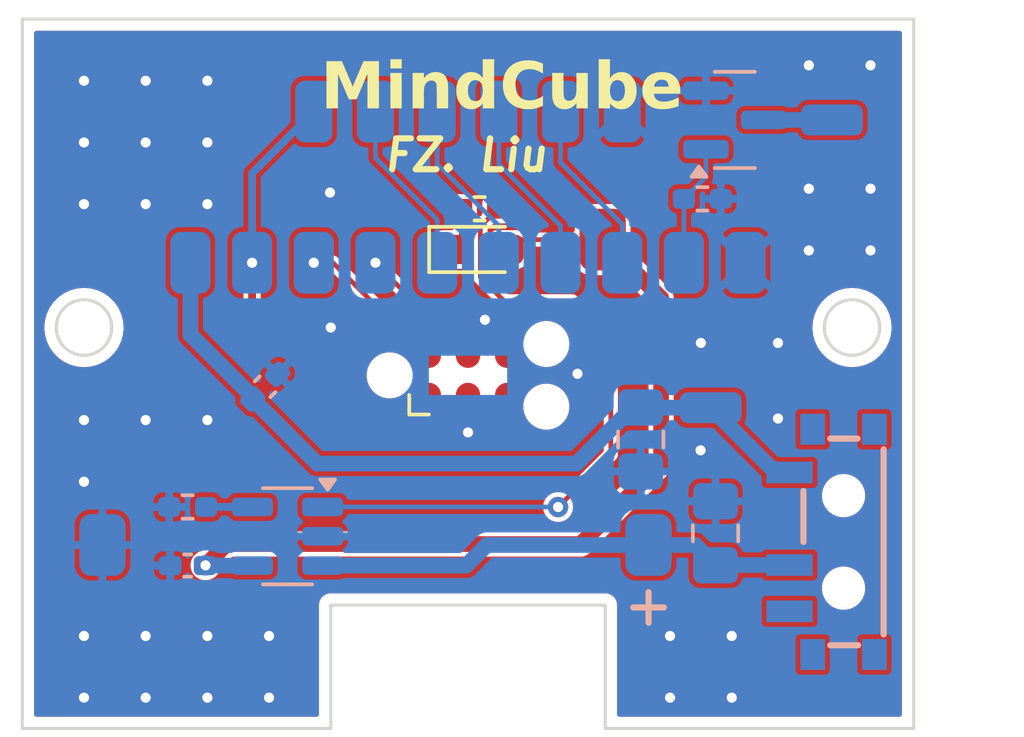
<source format=kicad_pcb>
(kicad_pcb (version 20240108) (generator "pcbnew") (generator_version "8.0")
  (layers (0 "F.Cu" signal) (31 "B.Cu" signal) (34 "B.Paste" user) (35 "F.Paste" user) (36 "B.SilkS" user "B.Silkscreen") (37 "F.SilkS" user "F.Silkscreen") (38 "B.Mask" user) (39 "F.Mask" user) (44 "Edge.Cuts" user))
  (net 0 "")
  (net 2 "/SWDIO")
  (net 4 "Net-(U1-STAT)")
  (net 5 "Net-(U1-PROG)")
  (net 6 "VBUS")
  (net 7 "GND")
  (net 8 "VCC")
  (net 9 "/BTN_1")
  (net 10 "/BTN_2")
  (net 11 "/BTN_3")
  (net 12 "/BTN_4")
  (net 13 "Net-(D1-K)")
  (net 14 "/VIB_CTRL")
  (net 15 "/VBAT")
  (net 16 "/SWDCLK")
  (net 18 "/VIN")
  (net 19 "Net-(J9-Pin_1)")
  (footprint "Mylib:1_pin" (layer "F.Cu") (at 109.97 108.18 180)
    (property "Reference" "J7" (hide yes))
    (property "Value" "Conn_01x01_Pin")
    (pad "1" smd roundrect (at 0 2.54 180) (size 2 1.5) (layers "F.Cu" "F.Paste" "F.Mask") (net 7 "GND"))
  )
  (footprint "Connector:Tag-Connect_TC2030-IDC-NL_2x03_P1.27mm_Vertical" (layer "F.Cu") (at 114.45 111.55)
    (property "Reference" "J3" (hide yes))
    (property "Value" "Conn_ARM_SWD_TagConnect_TC2030-NL")
    (fp_line (start -1.905 1.27) (end -1.905 0.635) (stroke (width 0.12)) (layer "F.SilkS"))
    (fp_line (start -1.27 1.27) (end -1.905 1.27) (stroke (width 0.12)) (layer "F.SilkS"))
    (pad "" np_thru_hole circle (at -2.54 0) (size 0.9906 0.9906) (drill 0.9906) (layers "*.Cu" "*.Mask"))
    (pad "" np_thru_hole circle (at 2.54 -1.016) (size 0.9906 0.9906) (drill 0.9906) (layers "*.Cu" "*.Mask"))
    (pad "" np_thru_hole circle (at 2.54 1.016) (size 0.9906 0.9906) (drill 0.9906) (layers "*.Cu" "*.Mask"))
    (pad "1" connect circle (at -1.27 0.635) (size 0.7874 0.7874) (layers "F.Cu" "F.Mask") (net 8 "VCC"))
    (pad "2" connect circle (at -1.27 -0.635) (size 0.7874 0.7874) (layers "F.Cu" "F.Mask") (net 2 "/SWDIO"))
    (pad "3" connect circle (at 0 0.635) (size 0.7874 0.7874) (layers "F.Cu" "F.Mask"))
    (pad "4" connect circle (at 0 -0.635) (size 0.7874 0.7874) (layers "F.Cu" "F.Mask") (net 16 "/SWDCLK"))
    (pad "5" connect circle (at 1.27 0.635) (size 0.7874 0.7874) (layers "F.Cu" "F.Mask") (net 7 "GND"))
    (pad "6" connect circle (at 1.27 -0.635) (size 0.7874 0.7874) (layers "F.Cu" "F.Mask"))
    (zone (net 0) (net_name "") (layers "F&B.Cu") (connect_pads (clearance 0)) (min_thickness 0.254)
      (keepout (tracks allowed) (vias not_allowed) (pads allowed) (copperpour not_allowed) (footprints not_allowed))
      (fill (thermal_gap 0.508) (thermal_bridge_width 0.508))
      (polygon (pts (xy 115.72 110.915) (xy 113.18 110.915) (xy 113.18 112.185) (xy 115.72 112.185)))
    )
  )
  (footprint "Mylib:1_pin" (layer "F.Cu") (at 116.275 107.15 90)
    (property "Reference" "J6" (hide yes))
    (property "Value" "Conn_01x01_Pin")
    (pad "1" smd roundrect (at 0 2.54 90) (size 2 1.5) (layers "F.Cu" "F.Paste" "F.Mask") (net 6 "VBUS"))
  )
  (footprint "Resistor_SMD:R_0402_1005Metric_Pad0.72x0.64mm_HandSolder" (layer "F.Cu") (at 114.8275 106.15)
    (property "Reference" "R1" (hide yes))
    (property "Value" "470")
    (fp_line (start -0.167621 -0.38) (end 0.167621 -0.38) (stroke (width 0.12)) (layer "F.SilkS"))
    (fp_line (start -0.167621 0.38) (end 0.167621 0.38) (stroke (width 0.12)) (layer "F.SilkS"))
    (pad "1" smd roundrect (at -0.5975 0) (size 0.715 0.64) (layers "F.Cu" "F.Paste" "F.Mask") (net 13 "Net-(D1-K)"))
    (pad "2" smd roundrect (at 0.5975 0) (size 0.715 0.64) (layers "F.Cu" "F.Paste" "F.Mask") (net 4 "Net-(U1-STAT)"))
  )
  (footprint "LED_SMD:LED_0603_1608Metric_Pad1.05x0.95mm_HandSolder" (layer "F.Cu") (at 114.85 107.47)
    (property "Reference" "D1" (hide yes))
    (property "Value" "LED_Small")
    (fp_line (start -1.66 -0.735) (end -1.66 0.735) (stroke (width 0.12)) (layer "F.SilkS"))
    (fp_line (start -1.66 0.735) (end 0.8 0.735) (stroke (width 0.12)) (layer "F.SilkS"))
    (fp_line (start 0.8 -0.735) (end -1.66 -0.735) (stroke (width 0.12)) (layer "F.SilkS"))
    (pad "1" smd roundrect (at -0.875 0) (size 1.05 0.95) (layers "F.Cu" "F.Paste" "F.Mask") (net 13 "Net-(D1-K)"))
    (pad "2" smd roundrect (at 0.875 0) (size 1.05 0.95) (layers "F.Cu" "F.Paste" "F.Mask") (net 6 "VBUS"))
  )
  (footprint "Mylib:1_pin" (layer "B.Cu") (at 105.14 117.05 90)
    (property "Reference" "J5" (hide yes))
    (property "Value" "Conn_01x01_Pin")
    (pad "1" smd roundrect (at 0 -2.54 90) (size 2 1.5) (layers "B.Cu" "B.Paste" "B.Mask") (net 7 "GND"))
  )
  (footprint "Mylib:CUS-12B" (layer "B.Cu") (at 126.625 116.95 -90)
    (property "Reference" "SW1" (hide yes))
    (property "Value" "CUS-12TB")
    (fp_line (start -1.648 1.3) (end 0 1.3) (stroke (width 0.2)) (layer "B.SilkS"))
    (fp_line (start -3.35 -0.454) (end -3.35 0.431) (stroke (width 0.2)) (layer "B.SilkS"))
    (fp_line (start 3.35 -0.474) (end 3.35 0.431) (stroke (width 0.2)) (layer "B.SilkS"))
    (fp_line (start 3 -1.3) (end -3 -1.3) (stroke (width 0.2)) (layer "B.SilkS"))
    (pad "" np_thru_hole circle (at -1.5 0 270) (size 0.9 0.9) (drill 0.9) (layers "*.Cu" "*.Mask"))
    (pad "" np_thru_hole circle (at 1.5 0 270) (size 0.9 0.9) (drill 0.9) (layers "*.Cu" "*.Mask"))
    (pad "1" smd rect (at -2.25 1.75 180) (size 1.5 0.7) (layers "B.Cu" "B.Paste" "B.Mask") (net 18 "/VIN"))
    (pad "2" smd rect (at 0.75 1.75 180) (size 1.5 0.7) (layers "B.Cu" "B.Paste" "B.Mask") (net 15 "/VBAT"))
    (pad "3" smd rect (at 2.25 1.75 180) (size 1.5 0.7) (layers "B.Cu" "B.Paste" "B.Mask"))
    (pad "4" smd rect (at 3.65 1 270) (size 1 0.8) (layers "B.Cu" "B.Paste" "B.Mask"))
    (pad "5" smd rect (at 3.65 -1 270) (size 1 0.8) (layers "B.Cu" "B.Paste" "B.Mask"))
    (pad "6" smd rect (at -3.65 -1 270) (size 1 0.8) (layers "B.Cu" "B.Paste" "B.Mask"))
    (pad "7" smd rect (at -3.65 1 270) (size 1 0.8) (layers "B.Cu" "B.Paste" "B.Mask"))
  )
  (footprint "Mylib:1_pin" (layer "B.Cu") (at 122.32 110.06 180)
    (property "Reference" "J8" (hide yes))
    (property "Value" "Conn_01x01_Pin")
    (pad "1" smd roundrect (at 0 -2.54 180) (size 2 1) (layers "B.Cu" "B.Paste" "B.Mask") (net 18 "/VIN"))
  )
  (footprint "Capacitor_SMD:C_0402_1005Metric_Pad0.74x0.62mm_HandSolder" (layer "B.Cu") (at 105.36 117.7175 180)
    (property "Reference" "C1" (hide yes))
    (property "Value" "0.1uF")
    (fp_line (start 0.115835 0.36) (end -0.115835 0.36) (stroke (width 0.12)) (layer "B.SilkS"))
    (fp_line (start 0.115835 -0.36) (end -0.115835 -0.36) (stroke (width 0.12)) (layer "B.SilkS"))
    (pad "1" smd roundrect (at -0.5675 0 180) (size 0.735 0.62) (layers "B.Cu" "B.Paste" "B.Mask") (net 6 "VBUS"))
    (pad "2" smd roundrect (at 0.5675 0 180) (size 0.735 0.62) (layers "B.Cu" "B.Paste" "B.Mask") (net 7 "GND"))
  )
  (footprint "Mylib:Pinheader_2mmx10" (layer "B.Cu") (at 114.45 107.9)
    (property "Reference" "J2" (hide yes))
    (property "Value" "Conn_01x10_Pin")
    (pad "1" smd roundrect (at -9 0 270) (size 2 1.3) (layers "B.Cu" "B.Paste" "B.Mask") (net 18 "/VIN"))
    (pad "2" smd roundrect (at -7 0 270) (size 2 1.3) (layers "B.Cu" "B.Paste" "B.Mask") (net 8 "VCC"))
    (pad "3" smd roundrect (at -5 0 270) (size 2 1.3) (layers "B.Cu" "B.Paste" "B.Mask") (net 2 "/SWDIO"))
    (pad "4" smd roundrect (at -3 0 270) (size 2 1.3) (layers "B.Cu" "B.Paste" "B.Mask") (net 16 "/SWDCLK"))
    (pad "5" smd roundrect (at -1 0 270) (size 2 1.3) (layers "B.Cu" "B.Paste" "B.Mask") (net 9 "/BTN_1"))
    (pad "6" smd roundrect (at 1 0 270) (size 2 1.3) (layers "B.Cu" "B.Paste" "B.Mask") (net 10 "/BTN_2"))
    (pad "7" smd roundrect (at 3 0 270) (size 2 1.3) (layers "B.Cu" "B.Paste" "B.Mask") (net 11 "/BTN_3"))
    (pad "8" smd roundrect (at 5 0 270) (size 2 1.3) (layers "B.Cu" "B.Paste" "B.Mask") (net 12 "/BTN_4"))
    (pad "9" smd roundrect (at 7 0 270) (size 2 1.3) (layers "B.Cu" "B.Paste" "B.Mask") (net 14 "/VIB_CTRL"))
    (pad "10" smd roundrect (at 9 0 270) (size 2 1.3) (layers "B.Cu" "B.Paste" "B.Mask") (net 7 "GND"))
  )
  (footprint "Mylib:Pinheader_2mmx6" (layer "B.Cu") (at 114.45 103 180)
    (property "Reference" "J1" (hide yes))
    (property "Value" "Conn_01x06_Pin")
    (pad "1" smd roundrect (at -5 0 90) (size 2 1.2) (layers "B.Cu" "B.Paste" "B.Mask") (net 7 "GND"))
    (pad "2" smd roundrect (at -3 0 90) (size 2 1.2) (layers "B.Cu" "B.Paste" "B.Mask") (net 12 "/BTN_4"))
    (pad "3" smd roundrect (at -1 0 90) (size 2 1.2) (layers "B.Cu" "B.Paste" "B.Mask") (net 11 "/BTN_3"))
    (pad "4" smd roundrect (at 1 0 90) (size 2 1.2) (layers "B.Cu" "B.Paste" "B.Mask") (net 10 "/BTN_2"))
    (pad "5" smd roundrect (at 3 0 90) (size 2 1.2) (layers "B.Cu" "B.Paste" "B.Mask") (net 9 "/BTN_1"))
    (pad "6" smd roundrect (at 5 0 90) (size 2 1.2) (layers "B.Cu" "B.Paste" "B.Mask") (net 8 "VCC"))
  )
  (footprint "Package_TO_SOT_SMD:SOT-23" (layer "B.Cu") (at 123.1 103.27)
    (property "Reference" "Q1" (hide yes))
    (property "Value" "DMN2056U")
    (fp_line (start -0.65 -1.56) (end 0 -1.56) (stroke (width 0.12)) (layer "B.SilkS"))
    (fp_line (start -0.65 1.56) (end 0 1.56) (stroke (width 0.12)) (layer "B.SilkS"))
    (fp_line (start 0.65 -1.56) (end 0 -1.56) (stroke (width 0.12)) (layer "B.SilkS"))
    (fp_line (start 0.65 1.56) (end 0 1.56) (stroke (width 0.12)) (layer "B.SilkS"))
    (fp_poly (pts (xy -1.1625 1.51) (xy -1.4025 1.84) (xy -0.9225 1.84) (xy -1.1625 1.51)) (stroke (width 0.12)) (fill solid) (layer "B.SilkS"))
    (pad "1" smd roundrect (at -0.9375 0.95) (size 1.475 0.6) (layers "B.Cu" "B.Paste" "B.Mask") (net 14 "/VIB_CTRL"))
    (pad "2" smd roundrect (at -0.9375 -0.95) (size 1.475 0.6) (layers "B.Cu" "B.Paste" "B.Mask") (net 7 "GND"))
    (pad "3" smd roundrect (at 0.9375 0) (size 1.475 0.6) (layers "B.Cu" "B.Paste" "B.Mask") (net 19 "Net-(J9-Pin_1)"))
  )
  (footprint "Capacitor_SMD:C_0402_1005Metric_Pad0.74x0.62mm_HandSolder" (layer "B.Cu") (at 107.87 111.92 45)
    (property "Reference" "C3" (hide yes))
    (property "Value" "0.1uF")
    (fp_line (start 0.115835 -0.36) (end -0.115835 -0.36) (stroke (width 0.12)) (layer "B.SilkS"))
    (fp_line (start 0.115835 0.36) (end -0.115835 0.36) (stroke (width 0.12)) (layer "B.SilkS"))
    (pad "1" smd roundrect (at -0.5675 0 45) (size 0.735 0.62) (layers "B.Cu" "B.Paste" "B.Mask") (net 18 "/VIN"))
    (pad "2" smd roundrect (at 0.5675 0 45) (size 0.735 0.62) (layers "B.Cu" "B.Paste" "B.Mask") (net 7 "GND"))
  )
  (footprint "Package_TO_SOT_SMD:SOT-23-5" (layer "B.Cu") (at 108.6 116.7675 180)
    (property "Reference" "U1" (hide yes))
    (property "Value" "MCP73831-2-OT")
    (fp_line (start 0.8 1.56) (end 0 1.56) (stroke (width 0.12)) (layer "B.SilkS"))
    (fp_line (start 0.8 -1.56) (end 0 -1.56) (stroke (width 0.12)) (layer "B.SilkS"))
    (fp_line (start -0.8 1.56) (end 0 1.56) (stroke (width 0.12)) (layer "B.SilkS"))
    (fp_line (start -0.8 -1.56) (end 0 -1.56) (stroke (width 0.12)) (layer "B.SilkS"))
    (fp_poly (pts (xy -1.3 1.51) (xy -1.54 1.84) (xy -1.06 1.84) (xy -1.3 1.51)) (stroke (width 0.12)) (fill solid) (layer "B.SilkS"))
    (pad "1" smd roundrect (at -1.1375 0.95 180) (size 1.325 0.6) (layers "B.Cu" "B.Paste" "B.Mask") (net 4 "Net-(U1-STAT)"))
    (pad "2" smd roundrect (at -1.1375 0 180) (size 1.325 0.6) (layers "B.Cu" "B.Paste" "B.Mask") (net 7 "GND"))
    (pad "3" smd roundrect (at -1.1375 -0.95 180) (size 1.325 0.6) (layers "B.Cu" "B.Paste" "B.Mask") (net 15 "/VBAT"))
    (pad "4" smd roundrect (at 1.1375 -0.95 180) (size 1.325 0.6) (layers "B.Cu" "B.Paste" "B.Mask") (net 6 "VBUS"))
    (pad "5" smd roundrect (at 1.1375 0.95 180) (size 1.325 0.6) (layers "B.Cu" "B.Paste" "B.Mask") (net 5 "Net-(U1-PROG)"))
  )
  (footprint "Mylib:1_pin" (layer "B.Cu") (at 126.25 100.73 180)
    (property "Reference" "J9" (hide yes))
    (property "Value" "Conn_01x01_Pin")
    (pad "1" smd roundrect (at 0 -2.54 180) (size 2 1) (layers "B.Cu" "B.Paste" "B.Mask") (net 19 "Net-(J9-Pin_1)"))
  )
  (footprint "Mylib:1_pin" (layer "B.Cu") (at 117.76 117.05 -90)
    (property "Reference" "J4" (hide yes))
    (property "Value" "Conn_01x01_Pin")
    (pad "1" smd roundrect (at 0 -2.54 270) (size 2 1.5) (layers "B.Cu" "B.Paste" "B.Mask") (net 15 "/VBAT"))
  )
  (footprint "Capacitor_SMD:C_0805_2012Metric_Pad1.18x1.45mm_HandSolder" (layer "B.Cu") (at 120.05 113.63 90)
    (property "Reference" "C4" (hide yes))
    (property "Value" "10uF")
    (fp_line (start 0.261252 -0.735) (end -0.261252 -0.735) (stroke (width 0.12)) (layer "B.SilkS"))
    (fp_line (start 0.261252 0.735) (end -0.261252 0.735) (stroke (width 0.12)) (layer "B.SilkS"))
    (pad "1" smd roundrect (at -1.0375 0 90) (size 1.175 1.45) (layers "B.Cu" "B.Paste" "B.Mask") (roundrect_rratio 0.212766) (net 7 "GND"))
    (pad "2" smd roundrect (at 1.0375 0 90) (size 1.175 1.45) (layers "B.Cu" "B.Paste" "B.Mask") (roundrect_rratio 0.212766) (net 18 "/VIN"))
  )
  (footprint "Resistor_SMD:R_0402_1005Metric_Pad0.72x0.64mm_HandSolder" (layer "B.Cu") (at 105.36 115.8175 180)
    (property "Reference" "R2" (hide yes))
    (property "Value" "10k")
    (fp_line (start 0.167621 0.38) (end -0.167621 0.38) (stroke (width 0.12)) (layer "B.SilkS"))
    (fp_line (start 0.167621 -0.38) (end -0.167621 -0.38) (stroke (width 0.12)) (layer "B.SilkS"))
    (pad "1" smd roundrect (at -0.5975 0 180) (size 0.715 0.64) (layers "B.Cu" "B.Paste" "B.Mask") (net 5 "Net-(U1-PROG)"))
    (pad "2" smd roundrect (at 0.5975 0 180) (size 0.715 0.64) (layers "B.Cu" "B.Paste" "B.Mask") (net 7 "GND"))
  )
  (footprint "Capacitor_SMD:C_0805_2012Metric_Pad1.18x1.45mm_HandSolder" (layer "B.Cu") (at 122.475 116.67 90)
    (property "Reference" "C2" (hide yes))
    (property "Value" "10uF")
    (fp_line (start 0.261252 -0.735) (end -0.261252 -0.735) (stroke (width 0.12)) (layer "B.SilkS"))
    (fp_line (start 0.261252 0.735) (end -0.261252 0.735) (stroke (width 0.12)) (layer "B.SilkS"))
    (pad "1" smd roundrect (at -1.0375 0 90) (size 1.175 1.45) (layers "B.Cu" "B.Paste" "B.Mask") (roundrect_rratio 0.212766) (net 15 "/VBAT"))
    (pad "2" smd roundrect (at 1.0375 0 90) (size 1.175 1.45) (layers "B.Cu" "B.Paste" "B.Mask") (roundrect_rratio 0.212766) (net 7 "GND"))
  )
  (footprint "Resistor_SMD:R_0402_1005Metric_Pad0.72x0.64mm_HandSolder" (layer "B.Cu") (at 122.0475 105.83)
    (property "Reference" "R3" (hide yes))
    (property "Value" "10k")
    (fp_line (start 0.167621 -0.38) (end -0.167621 -0.38) (stroke (width 0.12)) (layer "B.SilkS"))
    (fp_line (start 0.167621 0.38) (end -0.167621 0.38) (stroke (width 0.12)) (layer "B.SilkS"))
    (pad "1" smd roundrect (at -0.5975 0) (size 0.715 0.64) (layers "B.Cu" "B.Paste" "B.Mask") (net 14 "/VIB_CTRL"))
    (pad "2" smd roundrect (at 0.5975 0) (size 0.715 0.64) (layers "B.Cu" "B.Paste" "B.Mask") (net 7 "GND"))
  )
  (gr_line (start 110 123) (end 110 119) (stroke (width 0.1)) (layer "Edge.Cuts"))
  (gr_circle (center 102 110) (end 101.1 110) (stroke (width 0.1)) (fill none) (layer "Edge.Cuts"))
  (gr_line (start 110 119) (end 118.9 119) (stroke (width 0.1)) (layer "Edge.Cuts"))
  (gr_line (start 128.9 123) (end 128.9 100) (stroke (width 0.1)) (layer "Edge.Cuts"))
  (gr_line (start 118.9 123) (end 128.9 123) (stroke (width 0.1)) (layer "Edge.Cuts"))
  (gr_circle (center 126.9 110) (end 126 110) (stroke (width 0.1)) (fill none) (layer "Edge.Cuts"))
  (gr_line (start 100 100) (end 100 123) (stroke (width 0.1)) (layer "Edge.Cuts"))
  (gr_line (start 118.9 119) (end 118.9 123) (stroke (width 0.1)) (layer "Edge.Cuts"))
  (gr_line (start 128.9 100) (end 100 100) (stroke (width 0.1)) (layer "Edge.Cuts"))
  (gr_line (start 100 123) (end 110 123) (stroke (width 0.1)) (layer "Edge.Cuts"))
  (gr_text "+" (at 121.24 119.74 0) (layer "B.SilkS") (effects (font (size 1.3 1.3) (thickness 0.2)) (justify left bottom mirror)))
  (gr_text "MindCube" (at 109.668096 103.15 0) (layer "F.SilkS") (effects (font (size 1.5 1.5) (thickness 0.26) (bold yes)) (justify left bottom)))
  (gr_text "FZ. Liu" (at 111.630953 105 0) (layer "F.SilkS") (effects (font (size 1 1) (thickness 0.2) (bold yes) (italic yes)) (justify left bottom)))
  (segment (start 113.18 110.915) (end 113.085 110.915) (width 0.1524) (layer "F.Cu") (net 2))
  (segment (start 113.085 110.915) (end 110.07 107.9) (width 0.1524) (layer "F.Cu") (net 2))
  (segment (start 110.07 107.9) (end 109.45 107.9) (width 0.1524) (layer "F.Cu") (net 2))
  (via (at 109.45 107.9) (size 0.6604) (drill 0.3302) (layers "F.Cu" "B.Cu") (net 2))
  (segment (start 119.08 110.41) (end 119.08 114.11) (width 0.1524) (layer "F.Cu") (net 4))
  (segment (start 114.85 106.725) (end 114.85 108.37) (width 0.1524) (layer "F.Cu") (net 4))
  (segment (start 119.08 114.11) (end 117.37 115.82) (width 0.1524) (layer "F.Cu") (net 4))
  (segment (start 115.63 109.15) (end 117.82 109.15) (width 0.1524) (layer "F.Cu") (net 4))
  (segment (start 114.85 108.37) (end 115.63 109.15) (width 0.1524) (layer "F.Cu") (net 4))
  (segment (start 115.425 106.15) (end 114.85 106.725) (width 0.1524) (layer "F.Cu") (net 4))
  (segment (start 117.82 109.15) (end 119.08 110.41) (width 0.1524) (layer "F.Cu") (net 4))
  (via (at 117.37 115.82) (size 0.6604) (drill 0.3302) (layers "F.Cu" "B.Cu") (net 4))
  (segment (start 109.7375 115.8175) (end 117.3675 115.8175) (width 0.1524) (layer "B.Cu") (net 4))
  (segment (start 117.3675 115.8175) (end 117.37 115.82) (width 0.1524) (layer "B.Cu") (net 4))
  (segment (start 107.4625 115.8175) (end 105.9575 115.8175) (width 0.254) (layer "B.Cu") (net 5))
  (segment (start 106.63 117.02) (end 105.94 117.71) (width 0.508) (layer "F.Cu") (net 6))
  (segment (start 118.815 107.15) (end 120.71 109.045) (width 0.508) (layer "F.Cu") (net 6))
  (segment (start 120.71 114.41) (end 118.1 117.02) (width 0.508) (layer "F.Cu") (net 6))
  (segment (start 118.1 117.02) (end 106.63 117.02) (width 0.508) (layer "F.Cu") (net 6))
  (segment (start 115.725 107.47) (end 116.045 107.15) (width 0.1524) (layer "F.Cu") (net 6))
  (segment (start 116.045 107.15) (end 118.815 107.15) (width 0.1524) (layer "F.Cu") (net 6))
  (segment (start 120.71 109.045) (end 120.71 114.41) (width 0.508) (layer "F.Cu") (net 6))
  (via (at 105.94 117.71) (size 0.6604) (drill 0.3302) (layers "F.Cu" "B.Cu") (net 6))
  (segment (start 105.9275 117.7175) (end 107.4625 117.7175) (width 0.508) (layer "B.Cu") (net 6))
  (via (at 127.5 101.5) (size 0.6604) (drill 0.3302) (layers "F.Cu" "B.Cu") (net 7))
  (via (at 122 110.5) (size 0.6604) (drill 0.3302) (layers "F.Cu" "B.Cu") (net 7))
  (via (at 121 120) (size 0.6604) (drill 0.3302) (layers "F.Cu" "B.Cu") (net 7))
  (via (at 102 122) (size 0.6604) (drill 0.3302) (layers "F.Cu" "B.Cu") (net 7))
  (via (at 106 122) (size 0.6604) (drill 0.3302) (layers "F.Cu" "B.Cu") (net 7))
  (via (at 102 120) (size 0.6604) (drill 0.3302) (layers "F.Cu" "B.Cu") (net 7))
  (via (at 125.5 107.5) (size 0.6604) (drill 0.3302) (layers "F.Cu" "B.Cu") (net 7))
  (via (at 104 106) (size 0.6604) (drill 0.3302) (layers "F.Cu" "B.Cu") (net 7))
  (via (at 102 104) (size 0.6604) (drill 0.3302) (layers "F.Cu" "B.Cu") (net 7))
  (via (at 102 115) (size 0.6604) (drill 0.3302) (layers "F.Cu" "B.Cu") (net 7))
  (via (at 108 120) (size 0.6604) (drill 0.3302) (layers "F.Cu" "B.Cu") (net 7))
  (via (at 118 111.5) (size 0.6604) (drill 0.3302) (layers "F.Cu" "B.Cu") (net 7))
  (via (at 109.975 105.625) (size 0.6604) (drill 0.3302) (layers "F.Cu" "B.Cu") (net 7))
  (via (at 108 122) (size 0.6604) (drill 0.3302) (layers "F.Cu" "B.Cu") (net 7))
  (via (at 124.5 112.95) (size 0.6604) (drill 0.3302) (layers "F.Cu" "B.Cu") (net 7))
  (via (at 127.5 107.5) (size 0.6604) (drill 0.3302) (layers "F.Cu" "B.Cu") (net 7))
  (via (at 106 104) (size 0.6604) (drill 0.3302) (layers "F.Cu" "B.Cu") (net 7))
  (via (at 121.99 113.98) (size 0.6604) (drill 0.3302) (layers "F.Cu" "B.Cu") (net 7))
  (via (at 104 113) (size 0.6604) (drill 0.3302) (layers "F.Cu" "B.Cu") (net 7))
  (via (at 124.5 110.5) (size 0.6604) (drill 0.3302) (layers "F.Cu" "B.Cu") (net 7))
  (via (at 104 122) (size 0.6604) (drill 0.3302) (layers "F.Cu" "B.Cu") (net 7))
  (via (at 123 120) (size 0.6604) (drill 0.3302) (layers "F.Cu" "B.Cu") (net 7))
  (via (at 121 122) (size 0.6604) (drill 0.3302) (layers "F.Cu" "B.Cu") (net 7))
  (via (at 115 109.75) (size 0.6604) (drill 0.3302) (layers "F.Cu" "B.Cu") (net 7))
  (via (at 125.5 101.5) (size 0.6604) (drill 0.3302) (layers "F.Cu" "B.Cu") (net 7))
  (via (at 106 106) (size 0.6604) (drill 0.3302) (layers "F.Cu" "B.Cu") (net 7))
  (via (at 125.5 105.5) (size 0.6604) (drill 0.3302) (layers "F.Cu" "B.Cu") (net 7))
  (via (at 123 122) (size 0.6604) (drill 0.3302) (layers "F.Cu" "B.Cu") (net 7))
  (via (at 104 120) (size 0.6604) (drill 0.3302) (layers "F.Cu" "B.Cu") (net 7))
  (via (at 104 104) (size 0.6604) (drill 0.3302) (layers "F.Cu" "B.Cu") (net 7))
  (via (at 106 113) (size 0.6604) (drill 0.3302) (layers "F.Cu" "B.Cu") (net 7))
  (via (at 110 110) (size 0.6604) (drill 0.3302) (layers "F.Cu" "B.Cu") (net 7))
  (via (at 102 113) (size 0.6604) (drill 0.3302) (layers "F.Cu" "B.Cu") (net 7))
  (via (at 102 102) (size 0.6604) (drill 0.3302) (layers "F.Cu" "B.Cu") (net 7))
  (via (at 106 102) (size 0.6604) (drill 0.3302) (layers "F.Cu" "B.Cu") (net 7))
  (via (at 127.5 105.5) (size 0.6604) (drill 0.3302) (layers "F.Cu" "B.Cu") (net 7))
  (via (at 114.45 113.4) (size 0.6604) (drill 0.3302) (layers "F.Cu" "B.Cu") (net 7))
  (via (at 104 102) (size 0.6604) (drill 0.3302) (layers "F.Cu" "B.Cu") (net 7))
  (via (at 102 106) (size 0.6604) (drill 0.3302) (layers "F.Cu" "B.Cu") (net 7))
  (via (at 106 120) (size 0.6604) (drill 0.3302) (layers "F.Cu" "B.Cu") (net 7))
  (segment (start 112.455 112.91) (end 113.18 112.185) (width 0.254) (layer "F.Cu") (net 8))
  (segment (start 107.45 107.9) (end 107.45 109.47) (width 0.254) (layer "F.Cu") (net 8))
  (segment (start 110.89 112.91) (end 112.455 112.91) (width 0.254) (layer "F.Cu") (net 8))
  (segment (start 107.45 109.47) (end 110.89 112.91) (width 0.254) (layer "F.Cu") (net 8))
  (via (at 107.45 107.9) (size 0.6604) (drill 0.3302) (layers "F.Cu" "B.Cu") (net 8))
  (segment (start 107.45 105) (end 107.45 107.9) (width 0.254) (layer "B.Cu") (net 8))
  (segment (start 109.45 103) (end 107.45 105) (width 0.254) (layer "B.Cu") (net 8))
  (segment (start 111.45 104.5) (end 111.45 103) (width 0.1524) (layer "B.Cu") (net 9))
  (segment (start 113.45 107.9) (end 113.45 106.5) (width 0.1524) (layer "B.Cu") (net 9))
  (segment (start 113.45 106.5) (end 111.45 104.5) (width 0.1524) (layer "B.Cu") (net 9))
  (segment (start 115.45 107.9) (end 115.45 106.7) (width 0.1524) (layer "B.Cu") (net 10))
  (segment (start 115.45 106.7) (end 113.45 104.7) (width 0.1524) (layer "B.Cu") (net 10))
  (segment (start 113.45 104.7) (end 113.45 103) (width 0.1524) (layer "B.Cu") (net 10))
  (segment (start 115.45 104.7) (end 115.45 103) (width 0.1524) (layer "B.Cu") (net 11))
  (segment (start 117.45 107.9) (end 117.45 106.7) (width 0.1524) (layer "B.Cu") (net 11))
  (segment (start 117.45 106.7) (end 115.45 104.7) (width 0.1524) (layer "B.Cu") (net 11))
  (segment (start 117.45 104.65) (end 117.45 103) (width 0.1524) (layer "B.Cu") (net 12))
  (segment (start 119.45 106.65) (end 117.45 104.65) (width 0.1524) (layer "B.Cu") (net 12))
  (segment (start 119.45 107.9) (end 119.45 106.65) (width 0.1524) (layer "B.Cu") (net 12))
  (segment (start 114.23 106.15) (end 114.23 107.215) (width 0.1524) (layer "F.Cu") (net 13))
  (segment (start 114.23 107.215) (end 113.975 107.47) (width 0.1524) (layer "F.Cu") (net 13))
  (segment (start 122.1625 105.1175) (end 121.45 105.83) (width 0.1524) (layer "B.Cu") (net 14))
  (segment (start 122.1625 104.22) (end 122.1625 105.1175) (width 0.1524) (layer "B.Cu") (net 14))
  (segment (start 121.45 107.9) (end 121.45 105.83) (width 0.1524) (layer "B.Cu") (net 14))
  (segment (start 121.8175 117.05) (end 122.475 117.7075) (width 0.508) (layer "B.Cu") (net 15))
  (segment (start 124.875 117.7) (end 122.4825 117.7) (width 0.508) (layer "B.Cu") (net 15))
  (segment (start 115.06 117.05) (end 120.3 117.05) (width 0.508) (layer "B.Cu") (net 15))
  (segment (start 120.3 117.05) (end 121.8175 117.05) (width 0.508) (layer "B.Cu") (net 15))
  (segment (start 114.3925 117.7175) (end 115.06 117.05) (width 0.508) (layer "B.Cu") (net 15))
  (segment (start 109.7375 117.7175) (end 114.3925 117.7175) (width 0.508) (layer "B.Cu") (net 15))
  (segment (start 122.4825 117.7) (end 122.475 117.7075) (width 0.508) (layer "B.Cu") (net 15))
  (segment (start 114.45 110.915) (end 111.45 107.915) (width 0.1524) (layer "F.Cu") (net 16))
  (segment (start 111.45 107.915) (end 111.45 107.9) (width 0.1524) (layer "F.Cu") (net 16))
  (via (at 111.45 107.9) (size 0.6604) (drill 0.3302) (layers "F.Cu" "B.Cu") (net 16))
  (segment (start 119.7875 112.5925) (end 117.97 114.41) (width 0.508) (layer "B.Cu") (net 18))
  (segment (start 105.45 110.23) (end 105.45 107.9) (width 0.508) (layer "B.Cu") (net 18))
  (segment (start 124.42 114.7) (end 122.32 112.6) (width 0.508) (layer "B.Cu") (net 18))
  (segment (start 117.97 114.41) (end 109.557434 114.41) (width 0.508) (layer "B.Cu") (net 18))
  (segment (start 107.468717 112.321283) (end 107.468717 112.248717) (width 0.508) (layer "B.Cu") (net 18))
  (segment (start 120.05 112.5925) (end 119.7875 112.5925) (width 0.508) (layer "B.Cu") (net 18))
  (segment (start 122.3175 112.5975) (end 122.32 112.6) (width 0.508) (layer "B.Cu") (net 18))
  (segment (start 109.557434 114.41) (end 107.468717 112.321283) (width 0.508) (layer "B.Cu") (net 18))
  (segment (start 120.05 112.5975) (end 122.3175 112.5975) (width 0.508) (layer "B.Cu") (net 18))
  (segment (start 124.875 114.7) (end 124.42 114.7) (width 0.508) (layer "B.Cu") (net 18))
  (segment (start 107.468717 112.248717) (end 105.45 110.23) (width 0.508) (layer "B.Cu") (net 18))
  (segment (start 126.25 103.27) (end 124.0375 103.27) (width 0.508) (layer "B.Cu") (net 19))
  (zone (net 7) (net_name "GND") (layers "F&B.Cu") (connect_pads (clearance 0.1524)) (min_thickness 0.1524) (fill yes (thermal_gap 0.1524) (thermal_bridge_width 0.254))
    (polygon (pts (xy 100 100) (xy 128.9 100) (xy 128.9 123) (xy 100 123)))
  )
)
</source>
